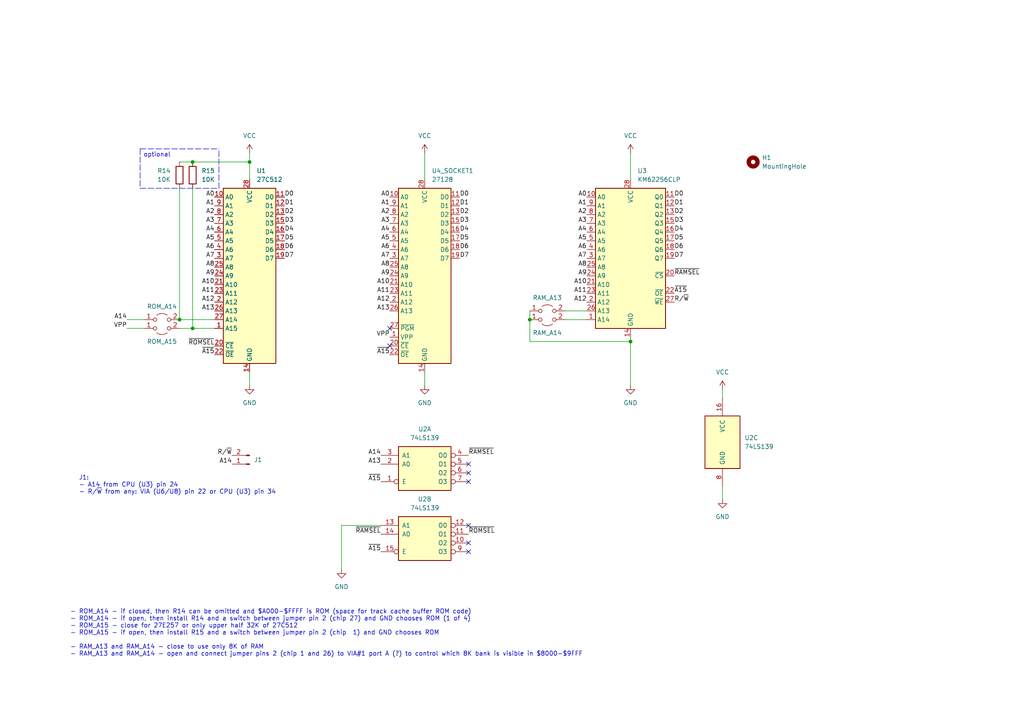
<source format=kicad_sch>
(kicad_sch (version 20211123) (generator eeschema)
  (paper "A4")
  (title_block (title "RAMBoard ][: First Bank") (date "2024-03-21") (rev "1") (company "YTM Enterprises") (comment 1 "Maciej Witkowiak, <ytm@elysium.pl>") (comment 2 "1541-II RAM and ROM expansion"))
  (lib_symbols
    (symbol "74xx:74LS139" (pin_names (offset 1.016))
      (property "Reference" "U" (at -7.62 8.89 0))
      (property "Value" "74LS139" (at -7.62 -8.89 0))
      (symbol "74LS139_1_0"
        (pin input inverted (at -12.7 -5.08 0) (length 5.08) (name "E") (number "1"))
        (pin input line (at -12.7 0 0) (length 5.08) (name "A0") (number "2"))
        (pin input line (at -12.7 2.54 0) (length 5.08) (name "A1") (number "3"))
        (pin output inverted (at 12.7 2.54 180) (length 5.08) (name "O0") (number "4"))
        (pin output inverted (at 12.7 0 180) (length 5.08) (name "O1") (number "5"))
        (pin output inverted (at 12.7 -2.54 180) (length 5.08) (name "O2") (number "6"))
        (pin output inverted (at 12.7 -5.08 180) (length 5.08) (name "O3") (number "7"))
      )
      (symbol "74LS139_1_1"
        (rectangle (start -7.62 5.08) (end 7.62 -7.62) (stroke (width 0.254)) (fill (type background)))
      )
      (symbol "74LS139_2_0"
        (pin output inverted (at 12.7 -2.54 180) (length 5.08) (name "O2") (number "10"))
        (pin output inverted (at 12.7 0 180) (length 5.08) (name "O1") (number "11"))
        (pin output inverted (at 12.7 2.54 180) (length 5.08) (name "O0") (number "12"))
        (pin input line (at -12.7 2.54 0) (length 5.08) (name "A1") (number "13"))
        (pin input line (at -12.7 0 0) (length 5.08) (name "A0") (number "14"))
        (pin input inverted (at -12.7 -5.08 0) (length 5.08) (name "E") (number "15"))
        (pin output inverted (at 12.7 -5.08 180) (length 5.08) (name "O3") (number "9"))
      )
      (symbol "74LS139_2_1"
        (rectangle (start -7.62 5.08) (end 7.62 -7.62) (stroke (width 0.254)) (fill (type background)))
      )
      (symbol "74LS139_3_0"
        (pin power_in line (at 0 12.7 270) (length 5.08) (name "VCC") (number "16"))
        (pin power_in line (at 0 -12.7 90) (length 5.08) (name "GND") (number "8"))
      )
      (symbol "74LS139_3_1"
        (rectangle (start -5.08 7.62) (end 5.08 -7.62) (stroke (width 0.254)) (fill (type background)))
      )
    )
    (symbol "Connector:Conn_01x02_Male" (pin_names (offset 1.016) hide)
      (property "Reference" "J" (at 0 2.54 0))
      (property "Value" "Conn_01x02_Male" (at 0 -5.08 0))
      (symbol "Conn_01x02_Male_1_1"
        (polyline (pts (xy 1.27 -2.54) (xy 0.8636 -2.54)) (stroke (width 0.1524)))
        (polyline (pts (xy 1.27 0) (xy 0.8636 0)) (stroke (width 0.1524)))
        (rectangle (start 0.8636 -2.413) (end 0 -2.667) (stroke (width 0.1524)) (fill (type outline)))
        (rectangle (start 0.8636 0.127) (end 0 -0.127) (stroke (width 0.1524)) (fill (type outline)))
        (pin passive line (at 5.08 0 180) (length 3.81) (name "Pin_1") (number "1"))
        (pin passive line (at 5.08 -2.54 180) (length 3.81) (name "Pin_2") (number "2"))
      )
    )
    (symbol "Device:R" (pin_numbers hide) (pin_names (offset 0))
      (property "Reference" "R" (at 2.032 0 90))
      (property "Value" "R" (at 0 0 90))
      (symbol "R_0_1"
        (rectangle (start -1.016 -2.54) (end 1.016 2.54) (stroke (width 0.254)))
      )
      (symbol "R_1_1"
        (pin passive line (at 0 3.81 270) (length 1.27) (name "~") (number "1"))
        (pin passive line (at 0 -3.81 90) (length 1.27) (name "~") (number "2"))
      )
    )
    (symbol "Jumper:Jumper_2_Open" (pin_names (offset 0) hide)
      (property "Reference" "JP" (at 0 2.794 0))
      (property "Value" "Jumper_2_Open" (at 0 -2.286 0))
      (symbol "Jumper_2_Open_0_0"
        (circle (center -2.032 0) (radius 0.508))
        (circle (center 2.032 0) (radius 0.508))
      )
      (symbol "Jumper_2_Open_0_1"
        (arc (start 1.524 1.27) (mid 0 1.778) (end -1.524 1.27))
      )
      (symbol "Jumper_2_Open_1_1"
        (pin passive line (at -5.08 0 0) (length 2.54) (name "A") (number "1"))
        (pin passive line (at 5.08 0 180) (length 2.54) (name "B") (number "2"))
      )
    )
    (symbol "Mechanical:MountingHole" (pin_names (offset 1.016))
      (property "Reference" "H" (at 0 5.08 0))
      (property "Value" "MountingHole" (at 0 3.175 0))
      (symbol "MountingHole_0_1"
        (circle (center 0 0) (radius 1.27) (stroke (width 1.27)))
      )
    )
    (symbol "Memory_EPROM:27128"
      (property "Reference" "U" (at -7.62 26.67 0))
      (property "Value" "27128" (at 2.54 -26.67 0))
      (symbol "27128_1_1"
        (rectangle (start -7.62 25.4) (end 7.62 -25.4) (stroke (width 0.254)) (fill (type background)))
        (pin input line (at -10.16 -17.78 0) (length 2.54) (name "VPP") (number "1"))
        (pin input line (at -10.16 22.86 0) (length 2.54) (name "A0") (number "10"))
        (pin tri_state line (at 10.16 22.86 180) (length 2.54) (name "D0") (number "11"))
        (pin tri_state line (at 10.16 20.32 180) (length 2.54) (name "D1") (number "12"))
        (pin tri_state line (at 10.16 17.78 180) (length 2.54) (name "D2") (number "13"))
        (pin power_in line (at 0 -27.94 90) (length 2.54) (name "GND") (number "14"))
        (pin tri_state line (at 10.16 15.24 180) (length 2.54) (name "D3") (number "15"))
        (pin tri_state line (at 10.16 12.7 180) (length 2.54) (name "D4") (number "16"))
        (pin tri_state line (at 10.16 10.16 180) (length 2.54) (name "D5") (number "17"))
        (pin tri_state line (at 10.16 7.62 180) (length 2.54) (name "D6") (number "18"))
        (pin tri_state line (at 10.16 5.08 180) (length 2.54) (name "D7") (number "19"))
        (pin input line (at -10.16 -7.62 0) (length 2.54) (name "A12") (number "2"))
        (pin input line (at -10.16 -20.32 0) (length 2.54) (name "~{CE}") (number "20"))
        (pin input line (at -10.16 -2.54 0) (length 2.54) (name "A10") (number "21"))
        (pin input line (at -10.16 -22.86 0) (length 2.54) (name "~{OE}") (number "22"))
        (pin input line (at -10.16 -5.08 0) (length 2.54) (name "A11") (number "23"))
        (pin input line (at -10.16 0 0) (length 2.54) (name "A9") (number "24"))
        (pin input line (at -10.16 2.54 0) (length 2.54) (name "A8") (number "25"))
        (pin input line (at -10.16 -10.16 0) (length 2.54) (name "A13") (number "26"))
        (pin input line (at -10.16 -15.24 0) (length 2.54) (name "~{PGM}") (number "27"))
        (pin power_in line (at 0 27.94 270) (length 2.54) (name "VCC") (number "28"))
        (pin input line (at -10.16 5.08 0) (length 2.54) (name "A7") (number "3"))
        (pin input line (at -10.16 7.62 0) (length 2.54) (name "A6") (number "4"))
        (pin input line (at -10.16 10.16 0) (length 2.54) (name "A5") (number "5"))
        (pin input line (at -10.16 12.7 0) (length 2.54) (name "A4") (number "6"))
        (pin input line (at -10.16 15.24 0) (length 2.54) (name "A3") (number "7"))
        (pin input line (at -10.16 17.78 0) (length 2.54) (name "A2") (number "8"))
        (pin input line (at -10.16 20.32 0) (length 2.54) (name "A1") (number "9"))
      )
    )
    (symbol "Memory_EPROM:27C512"
      (property "Reference" "U" (at -7.62 26.67 0))
      (property "Value" "27C512" (at 2.54 -26.67 0))
      (symbol "27C512_1_1"
        (rectangle (start -7.62 25.4) (end 7.62 -25.4) (stroke (width 0.254)) (fill (type background)))
        (pin input line (at -10.16 -15.24 0) (length 2.54) (name "A15") (number "1"))
        (pin input line (at -10.16 22.86 0) (length 2.54) (name "A0") (number "10"))
        (pin tri_state line (at 10.16 22.86 180) (length 2.54) (name "D0") (number "11"))
        (pin tri_state line (at 10.16 20.32 180) (length 2.54) (name "D1") (number "12"))
        (pin tri_state line (at 10.16 17.78 180) (length 2.54) (name "D2") (number "13"))
        (pin power_in line (at 0 -27.94 90) (length 2.54) (name "GND") (number "14"))
        (pin tri_state line (at 10.16 15.24 180) (length 2.54) (name "D3") (number "15"))
        (pin tri_state line (at 10.16 12.7 180) (length 2.54) (name "D4") (number "16"))
        (pin tri_state line (at 10.16 10.16 180) (length 2.54) (name "D5") (number "17"))
        (pin tri_state line (at 10.16 7.62 180) (length 2.54) (name "D6") (number "18"))
        (pin tri_state line (at 10.16 5.08 180) (length 2.54) (name "D7") (number "19"))
        (pin input line (at -10.16 -7.62 0) (length 2.54) (name "A12") (number "2"))
        (pin input line (at -10.16 -20.32 0) (length 2.54) (name "~{CE}") (number "20"))
        (pin input line (at -10.16 -2.54 0) (length 2.54) (name "A10") (number "21"))
        (pin input line (at -10.16 -22.86 0) (length 2.54) (name "~{OE}") (number "22"))
        (pin input line (at -10.16 -5.08 0) (length 2.54) (name "A11") (number "23"))
        (pin input line (at -10.16 0 0) (length 2.54) (name "A9") (number "24"))
        (pin input line (at -10.16 2.54 0) (length 2.54) (name "A8") (number "25"))
        (pin input line (at -10.16 -10.16 0) (length 2.54) (name "A13") (number "26"))
        (pin input line (at -10.16 -12.7 0) (length 2.54) (name "A14") (number "27"))
        (pin power_in line (at 0 27.94 270) (length 2.54) (name "VCC") (number "28"))
        (pin input line (at -10.16 5.08 0) (length 2.54) (name "A7") (number "3"))
        (pin input line (at -10.16 7.62 0) (length 2.54) (name "A6") (number "4"))
        (pin input line (at -10.16 10.16 0) (length 2.54) (name "A5") (number "5"))
        (pin input line (at -10.16 12.7 0) (length 2.54) (name "A4") (number "6"))
        (pin input line (at -10.16 15.24 0) (length 2.54) (name "A3") (number "7"))
        (pin input line (at -10.16 17.78 0) (length 2.54) (name "A2") (number "8"))
        (pin input line (at -10.16 20.32 0) (length 2.54) (name "A1") (number "9"))
      )
    )
    (symbol "Memory_RAM:KM62256CLP"
      (property "Reference" "U" (at -10.16 20.955 0))
      (property "Value" "KM62256CLP" (at 2.54 20.955 0))
      (symbol "KM62256CLP_0_0"
        (pin power_in line (at 0 -22.86 90) (length 2.54) (name "GND") (number "14"))
        (pin power_in line (at 0 22.86 270) (length 2.54) (name "VCC") (number "28"))
      )
      (symbol "KM62256CLP_0_1"
        (rectangle (start -10.16 20.32) (end 10.16 -20.32) (stroke (width 0.254)) (fill (type background)))
      )
      (symbol "KM62256CLP_1_1"
        (pin input line (at -12.7 -17.78 0) (length 2.54) (name "A14") (number "1"))
        (pin input line (at -12.7 17.78 0) (length 2.54) (name "A0") (number "10"))
        (pin tri_state line (at 12.7 17.78 180) (length 2.54) (name "Q0") (number "11"))
        (pin tri_state line (at 12.7 15.24 180) (length 2.54) (name "Q1") (number "12"))
        (pin tri_state line (at 12.7 12.7 180) (length 2.54) (name "Q2") (number "13"))
        (pin tri_state line (at 12.7 10.16 180) (length 2.54) (name "Q3") (number "15"))
        (pin tri_state line (at 12.7 7.62 180) (length 2.54) (name "Q4") (number "16"))
        (pin tri_state line (at 12.7 5.08 180) (length 2.54) (name "Q5") (number "17"))
        (pin tri_state line (at 12.7 2.54 180) (length 2.54) (name "Q6") (number "18"))
        (pin tri_state line (at 12.7 0 180) (length 2.54) (name "Q7") (number "19"))
        (pin input line (at -12.7 -12.7 0) (length 2.54) (name "A12") (number "2"))
        (pin input line (at 12.7 -5.08 180) (length 2.54) (name "~{CS}") (number "20"))
        (pin input line (at -12.7 -7.62 0) (length 2.54) (name "A10") (number "21"))
        (pin input line (at 12.7 -10.16 180) (length 2.54) (name "~{OE}") (number "22"))
        (pin input line (at -12.7 -10.16 0) (length 2.54) (name "A11") (number "23"))
        (pin input line (at -12.7 -5.08 0) (length 2.54) (name "A9") (number "24"))
        (pin input line (at -12.7 -2.54 0) (length 2.54) (name "A8") (number "25"))
        (pin input line (at -12.7 -15.24 0) (length 2.54) (name "A13") (number "26"))
        (pin input line (at 12.7 -12.7 180) (length 2.54) (name "~{WE}") (number "27"))
        (pin input line (at -12.7 0 0) (length 2.54) (name "A7") (number "3"))
        (pin input line (at -12.7 2.54 0) (length 2.54) (name "A6") (number "4"))
        (pin input line (at -12.7 5.08 0) (length 2.54) (name "A5") (number "5"))
        (pin input line (at -12.7 7.62 0) (length 2.54) (name "A4") (number "6"))
        (pin input line (at -12.7 10.16 0) (length 2.54) (name "A3") (number "7"))
        (pin input line (at -12.7 12.7 0) (length 2.54) (name "A2") (number "8"))
        (pin input line (at -12.7 15.24 0) (length 2.54) (name "A1") (number "9"))
      )
    )
    (symbol "power:GND" (power) (pin_names (offset 0))
      (property "Value" "GND" (at 0 -3.81 0))
      (symbol "GND_0_1"
        (polyline (pts (xy 0 0) (xy 0 -1.27) (xy 1.27 -1.27) (xy 0 -2.54) (xy -1.27 -1.27) (xy 0 -1.27)))
      )
      (symbol "GND_1_1"
        (pin power_in line (at 0 0 270) (length 0) hide (name "GND") (number "1"))
      )
    )
    (symbol "power:VCC" (power) (pin_names (offset 0))
      (property "Value" "VCC" (at 0 3.81 0))
      (symbol "VCC_0_1"
        (polyline (pts (xy -0.762 1.27) (xy 0 2.54)))
        (polyline (pts (xy 0 0) (xy 0 2.54)))
        (polyline (pts (xy 0 2.54) (xy 0.762 1.27)))
      )
      (symbol "VCC_1_1"
        (pin power_in line (at 0 0 90) (length 0) hide (name "VCC") (number "1"))
      )
    )
  )
  (junction (at 55.88 46.99))
  (junction (at 72.39 46.99))
  (junction (at 52.07 92.71))
  (junction (at 55.88 95.25))
  (junction (at 182.88 99.06))
  (junction (at 153.67 92.71))
  (no_connect (at 113.03 100.33))
  (no_connect (at 113.03 95.25))
  (no_connect (at 135.89 134.62))
  (no_connect (at 135.89 152.4))
  (no_connect (at 135.89 160.02))
  (no_connect (at 135.89 157.48))
  (no_connect (at 135.89 139.7))
  (no_connect (at 135.89 137.16))
  (wire (pts (xy 72.39 44.45) (xy 72.39 46.99)))
  (wire (pts (xy 52.07 54.61) (xy 52.07 92.71)))
  (polyline (pts (xy 40.64 43.18) (xy 63.5 43.18)))
  (wire (pts (xy 52.07 92.71) (xy 62.23 92.71)))
  (wire (pts (xy 52.07 46.99) (xy 55.88 46.99)))
  (wire (pts (xy 52.07 95.25) (xy 55.88 95.25)))
  (wire (pts (xy 209.55 140.97) (xy 209.55 144.78)))
  (wire (pts (xy 110.49 152.4) (xy 99.06 152.4)))
  (wire (pts (xy 182.88 97.79) (xy 182.88 99.06)))
  (wire (pts (xy 153.67 90.17) (xy 153.67 92.71)))
  (wire (pts (xy 182.88 99.06) (xy 153.67 99.06)))
  (wire (pts (xy 36.83 92.71) (xy 41.91 92.71)))
  (wire (pts (xy 72.39 46.99) (xy 72.39 52.07)))
  (wire (pts (xy 72.39 107.95) (xy 72.39 111.76)))
  (wire (pts (xy 36.83 95.25) (xy 41.91 95.25)))
  (wire (pts (xy 209.55 113.03) (xy 209.55 115.57)))
  (wire (pts (xy 99.06 152.4) (xy 99.06 165.1)))
  (polyline (pts (xy 63.5 54.61) (xy 63.5 43.18)))
  (wire (pts (xy 123.19 44.45) (xy 123.19 52.07)))
  (wire (pts (xy 55.88 46.99) (xy 72.39 46.99)))
  (wire (pts (xy 153.67 99.06) (xy 153.67 92.71)))
  (wire (pts (xy 55.88 95.25) (xy 62.23 95.25)))
  (wire (pts (xy 123.19 107.95) (xy 123.19 111.76)))
  (wire (pts (xy 55.88 54.61) (xy 55.88 95.25)))
  (wire (pts (xy 182.88 44.45) (xy 182.88 52.07)))
  (polyline (pts (xy 40.64 43.18) (xy 40.64 54.61)))
  (wire (pts (xy 163.83 90.17) (xy 170.18 90.17)))
  (polyline (pts (xy 40.64 54.61) (xy 63.5 54.61)))
  (wire (pts (xy 182.88 99.06) (xy 182.88 111.76)))
  (wire (pts (xy 163.83 92.71) (xy 170.18 92.71)))
  (text "- ROM_A14 - if closed, then R14 can be omitted and $A000-$FFFF is ROM (space for track cache buffer ROM code)\n- ROM_A14 - if open, then install R14 and a switch between jumper pin 2 (chip 27) and GND chooses ROM (1 of 4)\n- ROM_A15 - close for 27E257 or only upper half 32K of 27C512\n- ROM_A15 - if open, then install R15 and a switch between jumper pin 2 (chip  1) and GND chooses ROM\n\n- RAM_A13 and RAM_A14 - close to use only 8K of RAM\n- RAM_A13 and RAM_A14 - open and connect jumper pins 2 (chip 1 and 26) to VIA#1 port A (?) to control which 8K bank is visible in $8000-$9FFF\n" (at 20.32 190.5 0) (effects (font (size 1.27 1.27)) (justify left bottom)))
  (text "J1:\n- A14 from CPU (U3) pin 24\n- R/~{W} from any: VIA (U6/U8) pin 22 or CPU (U3) pin 34\n" (at 22.86 143.51 0) (effects (font (size 1.27 1.27)) (justify left bottom)))
  (text "optional" (at 49.53 45.72 180) (effects (font (size 1.27 1.27)) (justify right bottom)))
  (label "D1" (at 82.55 59.69 0))
  (label "~{RAMSEL}" (at 110.49 154.94 180))
  (label "A3" (at 170.18 64.77 180))
  (label "A11" (at 170.18 85.09 180))
  (label "D2" (at 82.55 62.23 0))
  (label "D0" (at 82.55 57.15 0))
  (label "D4" (at 133.35 67.31 0))
  (label "A1" (at 113.03 59.69 180))
  (label "A8" (at 113.03 77.47 180))
  (label "A6" (at 113.03 72.39 180))
  (label "~{A15}" (at 113.03 102.87 180))
  (label "A0" (at 62.23 57.15 180))
  (label "D5" (at 82.55 69.85 0))
  (label "D3" (at 82.55 64.77 0))
  (label "A10" (at 170.18 82.55 180))
  (label "A7" (at 170.18 74.93 180))
  (label "A10" (at 113.03 82.55 180))
  (label "A9" (at 113.03 80.01 180))
  (label "D5" (at 195.58 69.85 0))
  (label "~{A15}" (at 110.49 139.7 180))
  (label "A11" (at 62.23 85.09 180))
  (label "A10" (at 62.23 82.55 180))
  (label "D7" (at 133.35 74.93 0))
  (label "A5" (at 113.03 69.85 180))
  (label "VPP" (at 113.03 97.79 180))
  (label "A3" (at 113.03 64.77 180))
  (label "A13" (at 110.49 134.62 180))
  (label "A13" (at 113.03 90.17 180))
  (label "D6" (at 195.58 72.39 0))
  (label "A14" (at 36.83 92.71 180))
  (label "A11" (at 113.03 85.09 180))
  (label "A12" (at 62.23 87.63 180))
  (label "A14" (at 110.49 132.08 180))
  (label "A4" (at 62.23 67.31 180))
  (label "~{RAMSEL}" (at 135.89 132.08 0))
  (label "A2" (at 113.03 62.23 180))
  (label "D5" (at 133.35 69.85 0))
  (label "R{slash}~{W}" (at 67.31 132.08 180))
  (label "D4" (at 82.55 67.31 0))
  (label "A2" (at 170.18 62.23 180))
  (label "D6" (at 133.35 72.39 0))
  (label "D0" (at 195.58 57.15 0))
  (label "A5" (at 62.23 69.85 180))
  (label "D2" (at 133.35 62.23 0))
  (label "A1" (at 170.18 59.69 180))
  (label "A0" (at 113.03 57.15 180))
  (label "A2" (at 62.23 62.23 180))
  (label "~{A15}" (at 195.58 85.09 0))
  (label "A7" (at 113.03 74.93 180))
  (label "D4" (at 195.58 67.31 0))
  (label "A4" (at 113.03 67.31 180))
  (label "D1" (at 133.35 59.69 0))
  (label "A13" (at 62.23 90.17 180))
  (label "D1" (at 195.58 59.69 0))
  (label "A7" (at 62.23 74.93 180))
  (label "A9" (at 170.18 80.01 180))
  (label "D7" (at 82.55 74.93 0))
  (label "A8" (at 62.23 77.47 180))
  (label "A1" (at 62.23 59.69 180))
  (label "A9" (at 62.23 80.01 180))
  (label "D2" (at 195.58 62.23 0))
  (label "D3" (at 195.58 64.77 0))
  (label "A12" (at 113.03 87.63 180))
  (label "A6" (at 62.23 72.39 180))
  (label "D6" (at 82.55 72.39 0))
  (label "A5" (at 170.18 69.85 180))
  (label "VPP" (at 36.83 95.25 180))
  (label "D0" (at 133.35 57.15 0))
  (label "A12" (at 170.18 87.63 180))
  (label "~{RAMSEL}" (at 195.58 80.01 0))
  (label "~{A15}" (at 62.23 102.87 180))
  (label "D7" (at 195.58 74.93 0))
  (label "A6" (at 170.18 72.39 180))
  (label "~{A15}" (at 110.49 160.02 180))
  (label "A0" (at 170.18 57.15 180))
  (label "~{ROMSEL}" (at 135.89 154.94 0))
  (label "A8" (at 170.18 77.47 180))
  (label "A4" (at 170.18 67.31 180))
  (label "A3" (at 62.23 64.77 180))
  (label "~{ROMSEL}" (at 62.23 100.33 180))
  (label "A14" (at 67.31 134.62 180))
  (label "D3" (at 133.35 64.77 0))
  (label "R{slash}~{W}" (at 195.58 87.63 0))
  (symbol (lib_id "power:GND") (at 209.55 144.78 0) (unit 1)
    (property "Reference" "#PWR09" (effects hide))
    (property "Value" "GND" (at 209.55 149.86 0))
  )
  (symbol (lib_id "Jumper:Jumper_2_Open") (at 46.99 95.25 0) (mirror x) (unit 1)
    (property "Reference" "ROM_A15" (at 46.99 99.06 0))
    (property "Value" "ROM_A15" (effects hide))
    (property "Footprint" "Connector_PinHeader_2.54mm:PinHeader_1x02_P2.54mm_Vertical" (effects hide))
  )
  (symbol (lib_id "74xx:74LS139") (at 123.19 134.62 0) (unit 1)
    (property "Reference" "U2" (at 123.19 124.46 0))
    (property "Value" "74LS139" (at 123.19 127 0))
    (property "Footprint" "Package_DIP:DIP-16_W7.62mm_Socket_LongPads" (effects hide))
    (property "Datasheet" "http://www.ti.com/lit/ds/symlink/sn74ls139a.pdf" (effects hide))
  )
  (symbol (lib_id "power:GND") (at 99.06 165.1 0) (unit 1)
    (property "Reference" "#PWR03" (effects hide))
    (property "Value" "GND" (at 99.06 170.18 0))
  )
  (symbol (lib_id "Jumper:Jumper_2_Open") (at 158.75 92.71 0) (mirror x) (unit 1)
    (property "Reference" "RAM_A14" (at 158.75 96.52 0))
    (property "Value" "RAM_A14" (effects hide))
    (property "Footprint" "Connector_PinHeader_2.54mm:PinHeader_1x02_P2.54mm_Vertical" (effects hide))
  )
  (symbol (lib_id "Connector:Conn_01x02_Male") (at 72.39 134.62 180) (unit 1)
    (property "Reference" "J1" (at 73.66 133.3499 0) (effects (justify right)))
    (property "Value" "Conn_01x02_Male" (effects hide))
    (property "Footprint" "Connector_PinHeader_2.54mm:PinHeader_1x02_P2.54mm_Vertical" (effects hide))
  )
  (symbol (lib_id "power:VCC") (at 72.39 44.45 0) (unit 1)
    (property "Reference" "#PWR01" (effects hide))
    (property "Value" "VCC" (at 72.39 39.37 0))
  )
  (symbol (lib_id "Memory_RAM:KM62256CLP") (at 182.88 74.93 0) (unit 1)
    (property "Reference" "U3" (at 184.8994 49.53 0) (effects (justify left)))
    (property "Value" "KM62256CLP" (at 184.8994 52.07 0) (effects (justify left)))
    (property "Footprint" "Package_DIP:DIP-28_W15.24mm_Socket_LongPads" (effects hide))
    (property "Datasheet" "https://www.futurlec.com/Datasheet/Memory/62256.pdf" (effects hide))
  )
  (symbol (lib_id "power:GND") (at 72.39 111.76 0) (unit 1)
    (property "Reference" "#PWR02" (effects hide))
    (property "Value" "GND" (at 72.39 116.84 0))
  )
  (symbol (lib_id "Jumper:Jumper_2_Open") (at 46.99 92.71 0) (unit 1)
    (property "Reference" "ROM_A14" (at 46.99 88.9 0))
    (property "Value" "ROM_A14" (effects hide))
    (property "Footprint" "Connector_PinHeader_2.54mm:PinHeader_1x02_P2.54mm_Vertical" (effects hide))
  )
  (symbol (lib_id "Mechanical:MountingHole") (at 218.44 46.99 0) (unit 1)
    (property "Reference" "H1" (at 220.98 45.7199 0) (effects (justify left)))
    (property "Value" "MountingHole" (at 220.98 48.2599 0) (effects (justify left)))
    (property "Footprint" "MountingHole:MountingHole_2.5mm" (effects hide))
  )
  (symbol (lib_id "Device:R") (at 52.07 50.8 0) (mirror x) (unit 1)
    (property "Reference" "R14" (at 49.53 49.5299 0) (effects (justify right)))
    (property "Value" "10K" (at 49.53 52.0699 0) (effects (justify right)))
    (property "Footprint" "Resistor_THT:R_Axial_DIN0207_L6.3mm_D2.5mm_P7.62mm_Horizontal" (effects hide))
  )
  (symbol (lib_id "power:VCC") (at 182.88 44.45 0) (unit 1)
    (property "Reference" "#PWR06" (effects hide))
    (property "Value" "VCC" (at 182.88 39.37 0))
  )
  (symbol (lib_id "Memory_EPROM:27128") (at 123.19 80.01 0) (unit 1)
    (property "Reference" "U4_SOCKET1" (at 125.2094 49.53 0) (effects (justify left)))
    (property "Value" "27128" (at 125.2094 52.07 0) (effects (justify left)))
    (property "Footprint" "Package_DIP:DIP-28_W15.24mm_Socket_LongPads" (effects hide))
    (property "Datasheet" "http://eeshop.unl.edu/pdf/27128.pdf" (effects hide))
  )
  (symbol (lib_id "power:VCC") (at 209.55 113.03 0) (unit 1)
    (property "Reference" "#PWR08" (effects hide))
    (property "Value" "VCC" (at 209.55 107.95 0))
  )
  (symbol (lib_id "power:GND") (at 182.88 111.76 0) (unit 1)
    (property "Reference" "#PWR07" (effects hide))
    (property "Value" "GND" (at 182.88 116.84 0))
  )
  (symbol (lib_id "Memory_EPROM:27C512") (at 72.39 80.01 0) (unit 1)
    (property "Reference" "U1" (at 74.4094 49.53 0) (effects (justify left)))
    (property "Value" "27C512" (at 74.4094 52.07 0) (effects (justify left)))
    (property "Footprint" "Package_DIP:DIP-28_W15.24mm_Socket_LongPads" (effects hide))
    (property "Datasheet" "http://ww1.microchip.com/downloads/en/DeviceDoc/doc0015.pdf" (effects hide))
  )
  (symbol (lib_id "74xx:74LS139") (at 209.55 128.27 0) (unit 3)
    (property "Reference" "U2" (at 215.9 126.9999 0) (effects (justify left)))
    (property "Value" "74LS139" (at 215.9 129.5399 0) (effects (justify left)))
    (property "Footprint" "Package_DIP:DIP-16_W7.62mm_Socket_LongPads" (effects hide))
    (property "Datasheet" "http://www.ti.com/lit/ds/symlink/sn74ls139a.pdf" (effects hide))
  )
  (symbol (lib_id "power:VCC") (at 123.19 44.45 0) (unit 1)
    (property "Reference" "#PWR04" (effects hide))
    (property "Value" "VCC" (at 123.19 39.37 0))
  )
  (symbol (lib_id "power:GND") (at 123.19 111.76 0) (unit 1)
    (property "Reference" "#PWR05" (effects hide))
    (property "Value" "GND" (at 123.19 116.84 0))
  )
  (symbol (lib_id "Jumper:Jumper_2_Open") (at 158.75 90.17 0) (unit 1)
    (property "Reference" "RAM_A13" (at 158.75 86.36 0))
    (property "Value" "RAM_A13" (effects hide))
    (property "Footprint" "Connector_PinHeader_2.54mm:PinHeader_1x02_P2.54mm_Vertical" (effects hide))
  )
  (symbol (lib_id "Device:R") (at 55.88 50.8 0) (unit 1)
    (property "Reference" "R15" (at 58.42 49.5299 0) (effects (justify left)))
    (property "Value" "10K" (at 58.42 52.0699 0) (effects (justify left)))
    (property "Footprint" "Resistor_THT:R_Axial_DIN0207_L6.3mm_D2.5mm_P7.62mm_Horizontal" (effects hide))
  )
  (symbol (lib_id "74xx:74LS139") (at 123.19 154.94 0) (unit 2)
    (property "Reference" "U2" (at 123.19 144.78 0))
    (property "Value" "74LS139" (at 123.19 147.32 0))
    (property "Footprint" "Package_DIP:DIP-16_W7.62mm_Socket_LongPads" (effects hide))
    (property "Datasheet" "http://www.ti.com/lit/ds/symlink/sn74ls139a.pdf" (effects hide))
  )
)
</source>
